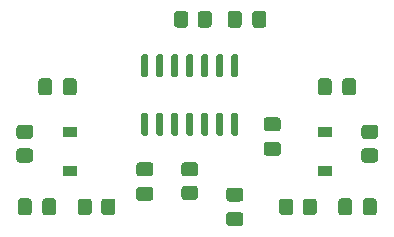
<source format=gtp>
%TF.GenerationSoftware,KiCad,Pcbnew,(5.1.10)-1*%
%TF.CreationDate,2022-05-18T17:56:24+01:00*%
%TF.ProjectId,handifinder,68616e64-6966-4696-9e64-65722e6b6963,rev?*%
%TF.SameCoordinates,Original*%
%TF.FileFunction,Paste,Top*%
%TF.FilePolarity,Positive*%
%FSLAX46Y46*%
G04 Gerber Fmt 4.6, Leading zero omitted, Abs format (unit mm)*
G04 Created by KiCad (PCBNEW (5.1.10)-1) date 2022-05-18 17:56:24*
%MOMM*%
%LPD*%
G01*
G04 APERTURE LIST*
%ADD10R,1.200000X0.900000*%
G04 APERTURE END LIST*
D10*
%TO.C,D1*%
X136795000Y-59325000D03*
X136795000Y-62625000D03*
%TD*%
%TO.C,C1*%
G36*
G01*
X151352500Y-49325000D02*
X151352500Y-50275000D01*
G75*
G02*
X151102500Y-50525000I-250000J0D01*
G01*
X150427500Y-50525000D01*
G75*
G02*
X150177500Y-50275000I0J250000D01*
G01*
X150177500Y-49325000D01*
G75*
G02*
X150427500Y-49075000I250000J0D01*
G01*
X151102500Y-49075000D01*
G75*
G02*
X151352500Y-49325000I0J-250000D01*
G01*
G37*
G36*
G01*
X153427500Y-49325000D02*
X153427500Y-50275000D01*
G75*
G02*
X153177500Y-50525000I-250000J0D01*
G01*
X152502500Y-50525000D01*
G75*
G02*
X152252500Y-50275000I0J250000D01*
G01*
X152252500Y-49325000D01*
G75*
G02*
X152502500Y-49075000I250000J0D01*
G01*
X153177500Y-49075000D01*
G75*
G02*
X153427500Y-49325000I0J-250000D01*
G01*
G37*
%TD*%
%TO.C,C2*%
G36*
G01*
X153465000Y-60177500D02*
X154415000Y-60177500D01*
G75*
G02*
X154665000Y-60427500I0J-250000D01*
G01*
X154665000Y-61102500D01*
G75*
G02*
X154415000Y-61352500I-250000J0D01*
G01*
X153465000Y-61352500D01*
G75*
G02*
X153215000Y-61102500I0J250000D01*
G01*
X153215000Y-60427500D01*
G75*
G02*
X153465000Y-60177500I250000J0D01*
G01*
G37*
G36*
G01*
X153465000Y-58102500D02*
X154415000Y-58102500D01*
G75*
G02*
X154665000Y-58352500I0J-250000D01*
G01*
X154665000Y-59027500D01*
G75*
G02*
X154415000Y-59277500I-250000J0D01*
G01*
X153465000Y-59277500D01*
G75*
G02*
X153215000Y-59027500I0J250000D01*
G01*
X153215000Y-58352500D01*
G75*
G02*
X153465000Y-58102500I250000J0D01*
G01*
G37*
%TD*%
%TO.C,C3*%
G36*
G01*
X162782500Y-65200000D02*
X162782500Y-66150000D01*
G75*
G02*
X162532500Y-66400000I-250000J0D01*
G01*
X161857500Y-66400000D01*
G75*
G02*
X161607500Y-66150000I0J250000D01*
G01*
X161607500Y-65200000D01*
G75*
G02*
X161857500Y-64950000I250000J0D01*
G01*
X162532500Y-64950000D01*
G75*
G02*
X162782500Y-65200000I0J-250000D01*
G01*
G37*
G36*
G01*
X160707500Y-65200000D02*
X160707500Y-66150000D01*
G75*
G02*
X160457500Y-66400000I-250000J0D01*
G01*
X159782500Y-66400000D01*
G75*
G02*
X159532500Y-66150000I0J250000D01*
G01*
X159532500Y-65200000D01*
G75*
G02*
X159782500Y-64950000I250000J0D01*
G01*
X160457500Y-64950000D01*
G75*
G02*
X160707500Y-65200000I0J-250000D01*
G01*
G37*
%TD*%
%TO.C,C4*%
G36*
G01*
X134472500Y-66150000D02*
X134472500Y-65200000D01*
G75*
G02*
X134722500Y-64950000I250000J0D01*
G01*
X135397500Y-64950000D01*
G75*
G02*
X135647500Y-65200000I0J-250000D01*
G01*
X135647500Y-66150000D01*
G75*
G02*
X135397500Y-66400000I-250000J0D01*
G01*
X134722500Y-66400000D01*
G75*
G02*
X134472500Y-66150000I0J250000D01*
G01*
G37*
G36*
G01*
X132397500Y-66150000D02*
X132397500Y-65200000D01*
G75*
G02*
X132647500Y-64950000I250000J0D01*
G01*
X133322500Y-64950000D01*
G75*
G02*
X133572500Y-65200000I0J-250000D01*
G01*
X133572500Y-66150000D01*
G75*
G02*
X133322500Y-66400000I-250000J0D01*
G01*
X132647500Y-66400000D01*
G75*
G02*
X132397500Y-66150000I0J250000D01*
G01*
G37*
%TD*%
%TO.C,C5*%
G36*
G01*
X150290000Y-64050000D02*
X151240000Y-64050000D01*
G75*
G02*
X151490000Y-64300000I0J-250000D01*
G01*
X151490000Y-64975000D01*
G75*
G02*
X151240000Y-65225000I-250000J0D01*
G01*
X150290000Y-65225000D01*
G75*
G02*
X150040000Y-64975000I0J250000D01*
G01*
X150040000Y-64300000D01*
G75*
G02*
X150290000Y-64050000I250000J0D01*
G01*
G37*
G36*
G01*
X150290000Y-66125000D02*
X151240000Y-66125000D01*
G75*
G02*
X151490000Y-66375000I0J-250000D01*
G01*
X151490000Y-67050000D01*
G75*
G02*
X151240000Y-67300000I-250000J0D01*
G01*
X150290000Y-67300000D01*
G75*
G02*
X150040000Y-67050000I0J250000D01*
G01*
X150040000Y-66375000D01*
G75*
G02*
X150290000Y-66125000I250000J0D01*
G01*
G37*
%TD*%
%TO.C,C6*%
G36*
G01*
X137382500Y-55040000D02*
X137382500Y-55990000D01*
G75*
G02*
X137132500Y-56240000I-250000J0D01*
G01*
X136457500Y-56240000D01*
G75*
G02*
X136207500Y-55990000I0J250000D01*
G01*
X136207500Y-55040000D01*
G75*
G02*
X136457500Y-54790000I250000J0D01*
G01*
X137132500Y-54790000D01*
G75*
G02*
X137382500Y-55040000I0J-250000D01*
G01*
G37*
G36*
G01*
X135307500Y-55040000D02*
X135307500Y-55990000D01*
G75*
G02*
X135057500Y-56240000I-250000J0D01*
G01*
X134382500Y-56240000D01*
G75*
G02*
X134132500Y-55990000I0J250000D01*
G01*
X134132500Y-55040000D01*
G75*
G02*
X134382500Y-54790000I250000J0D01*
G01*
X135057500Y-54790000D01*
G75*
G02*
X135307500Y-55040000I0J-250000D01*
G01*
G37*
%TD*%
%TO.C,C7*%
G36*
G01*
X142670000Y-63987500D02*
X143620000Y-63987500D01*
G75*
G02*
X143870000Y-64237500I0J-250000D01*
G01*
X143870000Y-64912500D01*
G75*
G02*
X143620000Y-65162500I-250000J0D01*
G01*
X142670000Y-65162500D01*
G75*
G02*
X142420000Y-64912500I0J250000D01*
G01*
X142420000Y-64237500D01*
G75*
G02*
X142670000Y-63987500I250000J0D01*
G01*
G37*
G36*
G01*
X142670000Y-61912500D02*
X143620000Y-61912500D01*
G75*
G02*
X143870000Y-62162500I0J-250000D01*
G01*
X143870000Y-62837500D01*
G75*
G02*
X143620000Y-63087500I-250000J0D01*
G01*
X142670000Y-63087500D01*
G75*
G02*
X142420000Y-62837500I0J250000D01*
G01*
X142420000Y-62162500D01*
G75*
G02*
X142670000Y-61912500I250000J0D01*
G01*
G37*
%TD*%
%TO.C,C8*%
G36*
G01*
X157797500Y-55990000D02*
X157797500Y-55040000D01*
G75*
G02*
X158047500Y-54790000I250000J0D01*
G01*
X158722500Y-54790000D01*
G75*
G02*
X158972500Y-55040000I0J-250000D01*
G01*
X158972500Y-55990000D01*
G75*
G02*
X158722500Y-56240000I-250000J0D01*
G01*
X158047500Y-56240000D01*
G75*
G02*
X157797500Y-55990000I0J250000D01*
G01*
G37*
G36*
G01*
X159872500Y-55990000D02*
X159872500Y-55040000D01*
G75*
G02*
X160122500Y-54790000I250000J0D01*
G01*
X160797500Y-54790000D01*
G75*
G02*
X161047500Y-55040000I0J-250000D01*
G01*
X161047500Y-55990000D01*
G75*
G02*
X160797500Y-56240000I-250000J0D01*
G01*
X160122500Y-56240000D01*
G75*
G02*
X159872500Y-55990000I0J250000D01*
G01*
G37*
%TD*%
%TO.C,D2*%
X158385000Y-62625000D03*
X158385000Y-59325000D03*
%TD*%
%TO.C,R1*%
G36*
G01*
X148825000Y-49349999D02*
X148825000Y-50250001D01*
G75*
G02*
X148575001Y-50500000I-249999J0D01*
G01*
X147874999Y-50500000D01*
G75*
G02*
X147625000Y-50250001I0J249999D01*
G01*
X147625000Y-49349999D01*
G75*
G02*
X147874999Y-49100000I249999J0D01*
G01*
X148575001Y-49100000D01*
G75*
G02*
X148825000Y-49349999I0J-249999D01*
G01*
G37*
G36*
G01*
X146825000Y-49349999D02*
X146825000Y-50250001D01*
G75*
G02*
X146575001Y-50500000I-249999J0D01*
G01*
X145874999Y-50500000D01*
G75*
G02*
X145625000Y-50250001I0J249999D01*
G01*
X145625000Y-49349999D01*
G75*
G02*
X145874999Y-49100000I249999J0D01*
G01*
X146575001Y-49100000D01*
G75*
G02*
X146825000Y-49349999I0J-249999D01*
G01*
G37*
%TD*%
%TO.C,R2*%
G36*
G01*
X155715000Y-65224999D02*
X155715000Y-66125001D01*
G75*
G02*
X155465001Y-66375000I-249999J0D01*
G01*
X154764999Y-66375000D01*
G75*
G02*
X154515000Y-66125001I0J249999D01*
G01*
X154515000Y-65224999D01*
G75*
G02*
X154764999Y-64975000I249999J0D01*
G01*
X155465001Y-64975000D01*
G75*
G02*
X155715000Y-65224999I0J-249999D01*
G01*
G37*
G36*
G01*
X157715000Y-65224999D02*
X157715000Y-66125001D01*
G75*
G02*
X157465001Y-66375000I-249999J0D01*
G01*
X156764999Y-66375000D01*
G75*
G02*
X156515000Y-66125001I0J249999D01*
G01*
X156515000Y-65224999D01*
G75*
G02*
X156764999Y-64975000I249999J0D01*
G01*
X157465001Y-64975000D01*
G75*
G02*
X157715000Y-65224999I0J-249999D01*
G01*
G37*
%TD*%
%TO.C,R3*%
G36*
G01*
X137465000Y-66125001D02*
X137465000Y-65224999D01*
G75*
G02*
X137714999Y-64975000I249999J0D01*
G01*
X138415001Y-64975000D01*
G75*
G02*
X138665000Y-65224999I0J-249999D01*
G01*
X138665000Y-66125001D01*
G75*
G02*
X138415001Y-66375000I-249999J0D01*
G01*
X137714999Y-66375000D01*
G75*
G02*
X137465000Y-66125001I0J249999D01*
G01*
G37*
G36*
G01*
X139465000Y-66125001D02*
X139465000Y-65224999D01*
G75*
G02*
X139714999Y-64975000I249999J0D01*
G01*
X140415001Y-64975000D01*
G75*
G02*
X140665000Y-65224999I0J-249999D01*
G01*
X140665000Y-66125001D01*
G75*
G02*
X140415001Y-66375000I-249999J0D01*
G01*
X139714999Y-66375000D01*
G75*
G02*
X139465000Y-66125001I0J249999D01*
G01*
G37*
%TD*%
%TO.C,R4*%
G36*
G01*
X132534999Y-60725000D02*
X133435001Y-60725000D01*
G75*
G02*
X133685000Y-60974999I0J-249999D01*
G01*
X133685000Y-61675001D01*
G75*
G02*
X133435001Y-61925000I-249999J0D01*
G01*
X132534999Y-61925000D01*
G75*
G02*
X132285000Y-61675001I0J249999D01*
G01*
X132285000Y-60974999D01*
G75*
G02*
X132534999Y-60725000I249999J0D01*
G01*
G37*
G36*
G01*
X132534999Y-58725000D02*
X133435001Y-58725000D01*
G75*
G02*
X133685000Y-58974999I0J-249999D01*
G01*
X133685000Y-59675001D01*
G75*
G02*
X133435001Y-59925000I-249999J0D01*
G01*
X132534999Y-59925000D01*
G75*
G02*
X132285000Y-59675001I0J249999D01*
G01*
X132285000Y-58974999D01*
G75*
G02*
X132534999Y-58725000I249999J0D01*
G01*
G37*
%TD*%
%TO.C,R5*%
G36*
G01*
X146504999Y-63900000D02*
X147405001Y-63900000D01*
G75*
G02*
X147655000Y-64149999I0J-249999D01*
G01*
X147655000Y-64850001D01*
G75*
G02*
X147405001Y-65100000I-249999J0D01*
G01*
X146504999Y-65100000D01*
G75*
G02*
X146255000Y-64850001I0J249999D01*
G01*
X146255000Y-64149999D01*
G75*
G02*
X146504999Y-63900000I249999J0D01*
G01*
G37*
G36*
G01*
X146504999Y-61900000D02*
X147405001Y-61900000D01*
G75*
G02*
X147655000Y-62149999I0J-249999D01*
G01*
X147655000Y-62850001D01*
G75*
G02*
X147405001Y-63100000I-249999J0D01*
G01*
X146504999Y-63100000D01*
G75*
G02*
X146255000Y-62850001I0J249999D01*
G01*
X146255000Y-62149999D01*
G75*
G02*
X146504999Y-61900000I249999J0D01*
G01*
G37*
%TD*%
%TO.C,R6*%
G36*
G01*
X161744999Y-58725000D02*
X162645001Y-58725000D01*
G75*
G02*
X162895000Y-58974999I0J-249999D01*
G01*
X162895000Y-59675001D01*
G75*
G02*
X162645001Y-59925000I-249999J0D01*
G01*
X161744999Y-59925000D01*
G75*
G02*
X161495000Y-59675001I0J249999D01*
G01*
X161495000Y-58974999D01*
G75*
G02*
X161744999Y-58725000I249999J0D01*
G01*
G37*
G36*
G01*
X161744999Y-60725000D02*
X162645001Y-60725000D01*
G75*
G02*
X162895000Y-60974999I0J-249999D01*
G01*
X162895000Y-61675001D01*
G75*
G02*
X162645001Y-61925000I-249999J0D01*
G01*
X161744999Y-61925000D01*
G75*
G02*
X161495000Y-61675001I0J249999D01*
G01*
X161495000Y-60974999D01*
G75*
G02*
X161744999Y-60725000I249999J0D01*
G01*
G37*
%TD*%
%TO.C,U1*%
G36*
G01*
X150615000Y-52765000D02*
X150915000Y-52765000D01*
G75*
G02*
X151065000Y-52915000I0J-150000D01*
G01*
X151065000Y-54565000D01*
G75*
G02*
X150915000Y-54715000I-150000J0D01*
G01*
X150615000Y-54715000D01*
G75*
G02*
X150465000Y-54565000I0J150000D01*
G01*
X150465000Y-52915000D01*
G75*
G02*
X150615000Y-52765000I150000J0D01*
G01*
G37*
G36*
G01*
X149345000Y-52765000D02*
X149645000Y-52765000D01*
G75*
G02*
X149795000Y-52915000I0J-150000D01*
G01*
X149795000Y-54565000D01*
G75*
G02*
X149645000Y-54715000I-150000J0D01*
G01*
X149345000Y-54715000D01*
G75*
G02*
X149195000Y-54565000I0J150000D01*
G01*
X149195000Y-52915000D01*
G75*
G02*
X149345000Y-52765000I150000J0D01*
G01*
G37*
G36*
G01*
X148075000Y-52765000D02*
X148375000Y-52765000D01*
G75*
G02*
X148525000Y-52915000I0J-150000D01*
G01*
X148525000Y-54565000D01*
G75*
G02*
X148375000Y-54715000I-150000J0D01*
G01*
X148075000Y-54715000D01*
G75*
G02*
X147925000Y-54565000I0J150000D01*
G01*
X147925000Y-52915000D01*
G75*
G02*
X148075000Y-52765000I150000J0D01*
G01*
G37*
G36*
G01*
X146805000Y-52765000D02*
X147105000Y-52765000D01*
G75*
G02*
X147255000Y-52915000I0J-150000D01*
G01*
X147255000Y-54565000D01*
G75*
G02*
X147105000Y-54715000I-150000J0D01*
G01*
X146805000Y-54715000D01*
G75*
G02*
X146655000Y-54565000I0J150000D01*
G01*
X146655000Y-52915000D01*
G75*
G02*
X146805000Y-52765000I150000J0D01*
G01*
G37*
G36*
G01*
X145535000Y-52765000D02*
X145835000Y-52765000D01*
G75*
G02*
X145985000Y-52915000I0J-150000D01*
G01*
X145985000Y-54565000D01*
G75*
G02*
X145835000Y-54715000I-150000J0D01*
G01*
X145535000Y-54715000D01*
G75*
G02*
X145385000Y-54565000I0J150000D01*
G01*
X145385000Y-52915000D01*
G75*
G02*
X145535000Y-52765000I150000J0D01*
G01*
G37*
G36*
G01*
X144265000Y-52765000D02*
X144565000Y-52765000D01*
G75*
G02*
X144715000Y-52915000I0J-150000D01*
G01*
X144715000Y-54565000D01*
G75*
G02*
X144565000Y-54715000I-150000J0D01*
G01*
X144265000Y-54715000D01*
G75*
G02*
X144115000Y-54565000I0J150000D01*
G01*
X144115000Y-52915000D01*
G75*
G02*
X144265000Y-52765000I150000J0D01*
G01*
G37*
G36*
G01*
X142995000Y-52765000D02*
X143295000Y-52765000D01*
G75*
G02*
X143445000Y-52915000I0J-150000D01*
G01*
X143445000Y-54565000D01*
G75*
G02*
X143295000Y-54715000I-150000J0D01*
G01*
X142995000Y-54715000D01*
G75*
G02*
X142845000Y-54565000I0J150000D01*
G01*
X142845000Y-52915000D01*
G75*
G02*
X142995000Y-52765000I150000J0D01*
G01*
G37*
G36*
G01*
X142995000Y-57715000D02*
X143295000Y-57715000D01*
G75*
G02*
X143445000Y-57865000I0J-150000D01*
G01*
X143445000Y-59515000D01*
G75*
G02*
X143295000Y-59665000I-150000J0D01*
G01*
X142995000Y-59665000D01*
G75*
G02*
X142845000Y-59515000I0J150000D01*
G01*
X142845000Y-57865000D01*
G75*
G02*
X142995000Y-57715000I150000J0D01*
G01*
G37*
G36*
G01*
X144265000Y-57715000D02*
X144565000Y-57715000D01*
G75*
G02*
X144715000Y-57865000I0J-150000D01*
G01*
X144715000Y-59515000D01*
G75*
G02*
X144565000Y-59665000I-150000J0D01*
G01*
X144265000Y-59665000D01*
G75*
G02*
X144115000Y-59515000I0J150000D01*
G01*
X144115000Y-57865000D01*
G75*
G02*
X144265000Y-57715000I150000J0D01*
G01*
G37*
G36*
G01*
X145535000Y-57715000D02*
X145835000Y-57715000D01*
G75*
G02*
X145985000Y-57865000I0J-150000D01*
G01*
X145985000Y-59515000D01*
G75*
G02*
X145835000Y-59665000I-150000J0D01*
G01*
X145535000Y-59665000D01*
G75*
G02*
X145385000Y-59515000I0J150000D01*
G01*
X145385000Y-57865000D01*
G75*
G02*
X145535000Y-57715000I150000J0D01*
G01*
G37*
G36*
G01*
X146805000Y-57715000D02*
X147105000Y-57715000D01*
G75*
G02*
X147255000Y-57865000I0J-150000D01*
G01*
X147255000Y-59515000D01*
G75*
G02*
X147105000Y-59665000I-150000J0D01*
G01*
X146805000Y-59665000D01*
G75*
G02*
X146655000Y-59515000I0J150000D01*
G01*
X146655000Y-57865000D01*
G75*
G02*
X146805000Y-57715000I150000J0D01*
G01*
G37*
G36*
G01*
X148075000Y-57715000D02*
X148375000Y-57715000D01*
G75*
G02*
X148525000Y-57865000I0J-150000D01*
G01*
X148525000Y-59515000D01*
G75*
G02*
X148375000Y-59665000I-150000J0D01*
G01*
X148075000Y-59665000D01*
G75*
G02*
X147925000Y-59515000I0J150000D01*
G01*
X147925000Y-57865000D01*
G75*
G02*
X148075000Y-57715000I150000J0D01*
G01*
G37*
G36*
G01*
X149345000Y-57715000D02*
X149645000Y-57715000D01*
G75*
G02*
X149795000Y-57865000I0J-150000D01*
G01*
X149795000Y-59515000D01*
G75*
G02*
X149645000Y-59665000I-150000J0D01*
G01*
X149345000Y-59665000D01*
G75*
G02*
X149195000Y-59515000I0J150000D01*
G01*
X149195000Y-57865000D01*
G75*
G02*
X149345000Y-57715000I150000J0D01*
G01*
G37*
G36*
G01*
X150615000Y-57715000D02*
X150915000Y-57715000D01*
G75*
G02*
X151065000Y-57865000I0J-150000D01*
G01*
X151065000Y-59515000D01*
G75*
G02*
X150915000Y-59665000I-150000J0D01*
G01*
X150615000Y-59665000D01*
G75*
G02*
X150465000Y-59515000I0J150000D01*
G01*
X150465000Y-57865000D01*
G75*
G02*
X150615000Y-57715000I150000J0D01*
G01*
G37*
%TD*%
M02*

</source>
